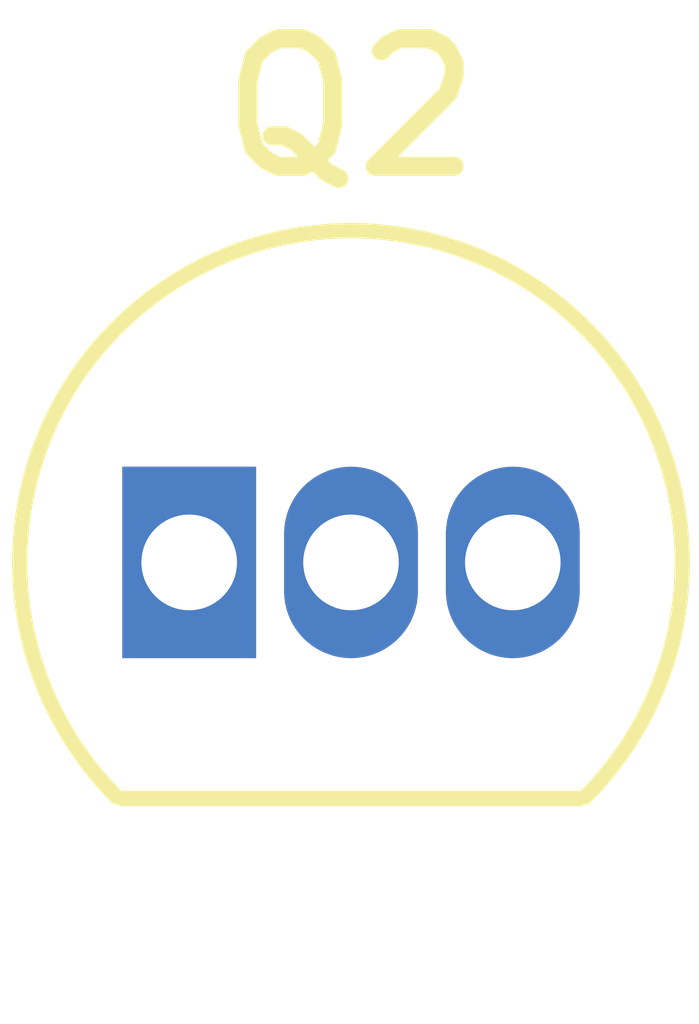
<source format=kicad_pcb>
(kicad_pcb (version 20240108) (generator "pcbnew") (generator_version "8.0")
  (layers (0 "F.Cu" signal) (31 "B.Cu" signal) (34 "B.Paste" user) (35 "F.Paste" user) (36 "B.SilkS" user "B.Silkscreen") (37 "F.SilkS" user "F.Silkscreen") (38 "B.Mask" user) (39 "F.Mask" user) (44 "Edge.Cuts" user))
  (net 0 "")
  (net 1 "Net-(Q2-B)")
  (net 2 "GND")
  (net 3 "/ENABLE")
  (footprint "Package_TO_SOT_THT:TO-92_Inline" (layer "F.Cu") (at 1.485 2.755)
    (property "Reference" "Q2" (at 1.27 -3.56 0) (layer "F.SilkS"))
    (property "Value" "BC548")
    (fp_line (start -0.53 1.85) (end 3.07 1.85) (stroke (width 0.12)) (layer "F.SilkS"))
    (fp_arc (start -0.568478 1.838478) (mid -1.132087 -0.994977) (end 1.27 -2.6) (stroke (width 0.12)) (layer "F.SilkS"))
    (fp_arc (start 1.27 -2.6) (mid 3.672087 -0.994977) (end 3.108478 1.838478) (stroke (width 0.12)) (layer "F.SilkS"))
    (pad "1" thru_hole rect (at 0 0) (size 1.05 1.5) (drill 0.75) (layers "*.Cu" "*.Mask") (net 3 "/ENABLE"))
    (pad "2" thru_hole oval (at 1.27 0) (size 1.05 1.5) (drill 0.75) (layers "*.Cu" "*.Mask") (net 1 "Net-(Q2-B)"))
    (pad "3" thru_hole oval (at 2.54 0) (size 1.05 1.5) (drill 0.75) (layers "*.Cu" "*.Mask") (net 2 "GND"))
  )
)
</source>
